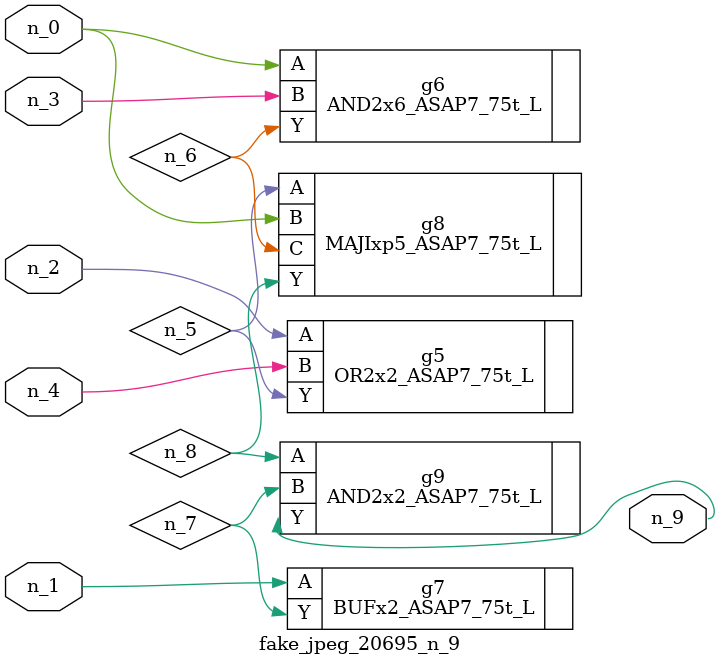
<source format=v>
module fake_jpeg_20695_n_9 (n_3, n_2, n_1, n_0, n_4, n_9);

input n_3;
input n_2;
input n_1;
input n_0;
input n_4;

output n_9;

wire n_8;
wire n_6;
wire n_5;
wire n_7;

OR2x2_ASAP7_75t_L g5 ( 
.A(n_2),
.B(n_4),
.Y(n_5)
);

AND2x6_ASAP7_75t_L g6 ( 
.A(n_0),
.B(n_3),
.Y(n_6)
);

BUFx2_ASAP7_75t_L g7 ( 
.A(n_1),
.Y(n_7)
);

MAJIxp5_ASAP7_75t_L g8 ( 
.A(n_5),
.B(n_0),
.C(n_6),
.Y(n_8)
);

AND2x2_ASAP7_75t_L g9 ( 
.A(n_8),
.B(n_7),
.Y(n_9)
);


endmodule
</source>
